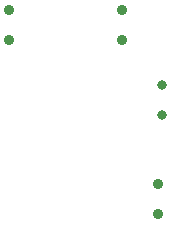
<source format=gbr>
G04 Layer_Color=0*
%FSLAX26Y26*%
%MOIN*%
%TF.FileFunction,Plated,1,2,PTH,Drill*%
%TF.Part,Single*%
G01*
G75*
%TA.AperFunction,ComponentDrill*%
%ADD23C,0.035433*%
%ADD24C,0.031496*%
D23*
X1205000Y1805000D02*
D03*
Y1705000D02*
D03*
X1700000Y1125000D02*
D03*
Y1225000D02*
D03*
X1580000Y1705000D02*
D03*
Y1805000D02*
D03*
D24*
X1715000Y1455000D02*
D03*
Y1555000D02*
D03*
%TF.MD5,138E88F8F31C53CF79F0A4C047691EFF*%
M02*

</source>
